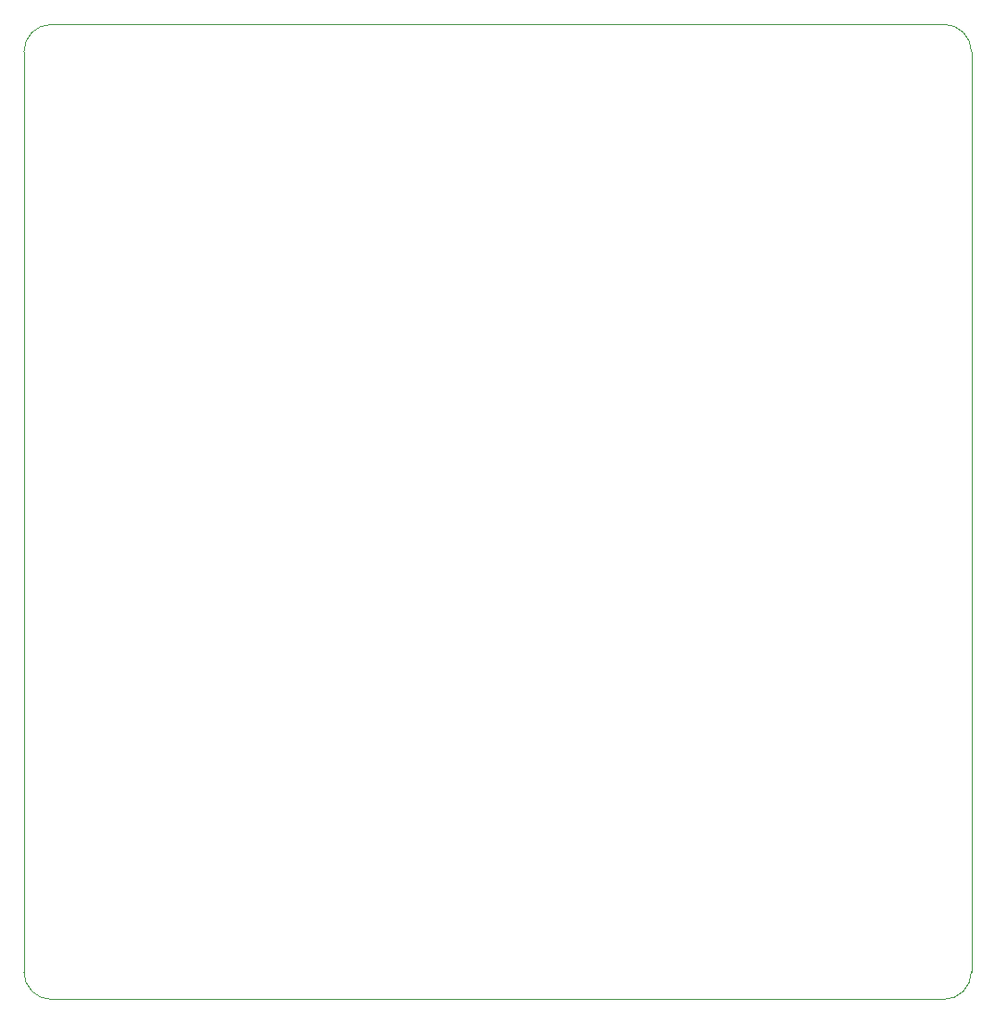
<source format=gbr>
%TF.GenerationSoftware,KiCad,Pcbnew,(6.0.9-0)*%
%TF.CreationDate,2022-12-20T14:10:16+00:00*%
%TF.ProjectId,fauxmac-plus-baseplate,66617578-6d61-4632-9d70-6c75732d6261,rev?*%
%TF.SameCoordinates,Original*%
%TF.FileFunction,Profile,NP*%
%FSLAX46Y46*%
G04 Gerber Fmt 4.6, Leading zero omitted, Abs format (unit mm)*
G04 Created by KiCad (PCBNEW (6.0.9-0)) date 2022-12-20 14:10:16*
%MOMM*%
%LPD*%
G01*
G04 APERTURE LIST*
%TA.AperFunction,Profile*%
%ADD10C,0.050000*%
%TD*%
G04 APERTURE END LIST*
D10*
X126500000Y-115000000D02*
X208000000Y-115000000D01*
X210500000Y-112500000D02*
X210500000Y-28500000D01*
X208000000Y-26000000D02*
X126500000Y-26000000D01*
X124000000Y-28500000D02*
X124000000Y-112500000D01*
X124000000Y-112500000D02*
G75*
G03*
X126500000Y-115000000I2500000J0D01*
G01*
X126500000Y-26000000D02*
G75*
G03*
X124000000Y-28500000I0J-2500000D01*
G01*
X208000000Y-115000000D02*
G75*
G03*
X210500000Y-112500000I0J2500000D01*
G01*
X210500000Y-28500000D02*
G75*
G03*
X208000000Y-26000000I-2500000J0D01*
G01*
M02*

</source>
